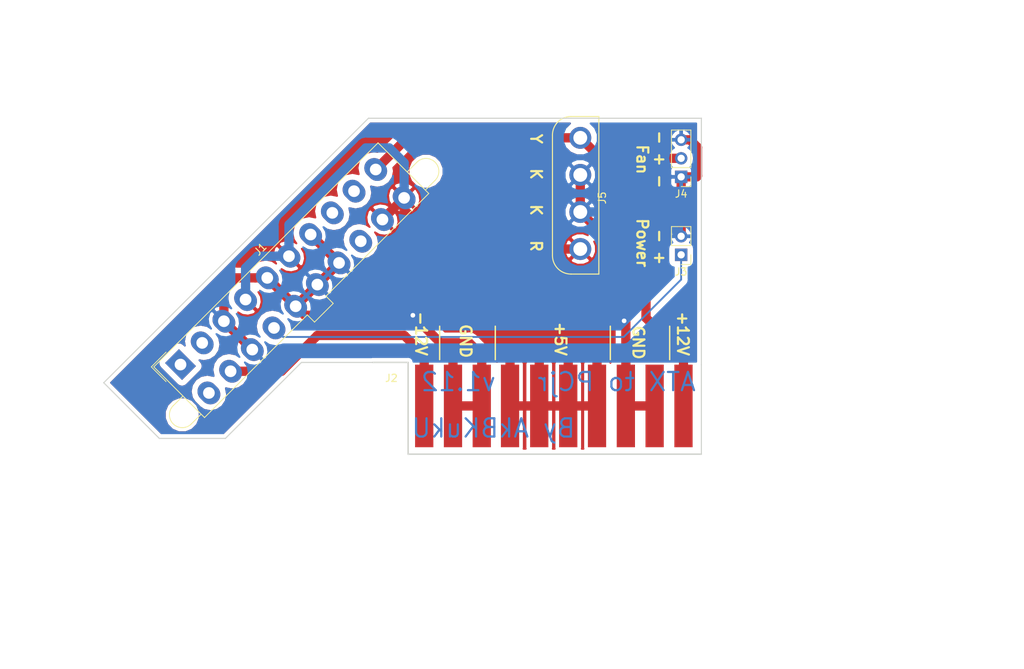
<source format=kicad_pcb>
(kicad_pcb (version 20171130) (host pcbnew 5.0.0-fee4fd1~65~ubuntu17.10.1)

  (general
    (thickness 1.6)
    (drawings 30)
    (tracks 94)
    (zones 0)
    (modules 5)
    (nets 12)
  )

  (page A4)
  (layers
    (0 F.Cu signal)
    (31 B.Cu signal)
    (32 B.Adhes user)
    (33 F.Adhes user)
    (34 B.Paste user)
    (35 F.Paste user)
    (36 B.SilkS user)
    (37 F.SilkS user)
    (38 B.Mask user)
    (39 F.Mask user)
    (40 Dwgs.User user)
    (41 Cmts.User user)
    (42 Eco1.User user)
    (43 Eco2.User user)
    (44 Edge.Cuts user)
    (45 Margin user)
    (46 B.CrtYd user)
    (47 F.CrtYd user)
    (48 B.Fab user)
    (49 F.Fab user)
  )

  (setup
    (last_trace_width 0.25)
    (trace_clearance 0.2)
    (zone_clearance 0.508)
    (zone_45_only no)
    (trace_min 0.2)
    (segment_width 0.2)
    (edge_width 0.15)
    (via_size 0.8)
    (via_drill 0.4)
    (via_min_size 0.4)
    (via_min_drill 0.3)
    (uvia_size 0.3)
    (uvia_drill 0.1)
    (uvias_allowed no)
    (uvia_min_size 0.2)
    (uvia_min_drill 0.1)
    (pcb_text_width 0.3)
    (pcb_text_size 1.5 1.5)
    (mod_edge_width 0.15)
    (mod_text_size 1 1)
    (mod_text_width 0.15)
    (pad_size 2.7 3.3)
    (pad_drill 1.6)
    (pad_to_mask_clearance 0.2)
    (aux_axis_origin 0 0)
    (visible_elements FFFFFF7F)
    (pcbplotparams
      (layerselection 0x010fc_ffffffff)
      (usegerberextensions false)
      (usegerberattributes false)
      (usegerberadvancedattributes false)
      (creategerberjobfile false)
      (excludeedgelayer true)
      (linewidth 0.100000)
      (plotframeref false)
      (viasonmask false)
      (mode 1)
      (useauxorigin false)
      (hpglpennumber 1)
      (hpglpenspeed 20)
      (hpglpendiameter 15.000000)
      (psnegative false)
      (psa4output false)
      (plotreference true)
      (plotvalue true)
      (plotinvisibletext false)
      (padsonsilk false)
      (subtractmaskfromsilk false)
      (outputformat 1)
      (mirror false)
      (drillshape 0)
      (scaleselection 1)
      (outputdirectory "gerbers/"))
  )

  (net 0 "")
  (net 1 "Net-(J1-Pad1)")
  (net 2 "Net-(J1-Pad2)")
  (net 3 /GND)
  (net 4 /+5V)
  (net 5 "Net-(J1-Pad8)")
  (net 6 "Net-(J1-Pad9)")
  (net 7 /+12V)
  (net 8 "Net-(J1-Pad11)")
  (net 9 /-12V)
  (net 10 /PS-ON)
  (net 11 "Net-(J1-Pad18)")

  (net_class Default "This is the default net class."
    (clearance 0.2)
    (trace_width 0.25)
    (via_dia 0.8)
    (via_drill 0.4)
    (uvia_dia 0.3)
    (uvia_drill 0.1)
    (add_net /PS-ON)
    (add_net "Net-(J1-Pad1)")
    (add_net "Net-(J1-Pad11)")
    (add_net "Net-(J1-Pad18)")
    (add_net "Net-(J1-Pad2)")
    (add_net "Net-(J1-Pad8)")
    (add_net "Net-(J1-Pad9)")
  )

  (net_class Power ""
    (clearance 0.762)
    (trace_width 1.27)
    (via_dia 1.016)
    (via_drill 0.635)
    (uvia_dia 0.3)
    (uvia_drill 0.1)
    (add_net /+12V)
    (add_net /+5V)
    (add_net /-12V)
    (add_net /GND)
  )

  (module ATX2PCjr:Molex_Mini-Fit_Jr_5566-20A2_2x10_P4.20mm_Vertical-LARGE (layer F.Cu) (tedit 5B90B595) (tstamp 5B5CD0DC)
    (at 75.26167 83.990307 45)
    (descr "Molex Mini-Fit Jr. Power Connectors, old mpn/engineering number: 5566-20A2, example for new mpn: 39-28-920x, 10 Pins per row, Mounting: Snap-in Plastic Peg PCB Lock (http://www.molex.com/pdm_docs/sd/039289068_sd.pdf), generated with kicad-footprint-generator")
    (tags "connector Molex Mini-Fit_Jr side entryplastic_peg")
    (path /5B5B802C)
    (fp_text reference J1 (at 18.9 -3.45 45) (layer F.SilkS)
      (effects (font (size 1 1) (thickness 0.15)))
    )
    (fp_text value "ATX Connector" (at 18.9 9.95 45) (layer F.Fab)
      (effects (font (size 1 1) (thickness 0.15)))
    )
    (fp_arc (start -4.7 5.04) (end -4.7 6.54) (angle 180) (layer F.Fab) (width 0.1))
    (fp_arc (start 42.5 5.04) (end 42.5 3.54) (angle 180) (layer F.Fab) (width 0.1))
    (fp_arc (start -4.7 5.04) (end -4.7 6.8) (angle 180) (layer F.SilkS) (width 0.12))
    (fp_arc (start 42.5 5.04) (end 42.5 3.28) (angle 180) (layer F.SilkS) (width 0.12))
    (fp_line (start -4.7 3.54) (end -2.7 3.54) (layer F.Fab) (width 0.1))
    (fp_line (start -4.7 6.54) (end -2.7 6.54) (layer F.Fab) (width 0.1))
    (fp_line (start 42.5 3.54) (end 40.500001 3.54) (layer F.Fab) (width 0.1))
    (fp_line (start 42.5 6.54) (end 40.5 6.54) (layer F.Fab) (width 0.1))
    (fp_line (start -4.7 3.28) (end -2.81 3.28) (layer F.SilkS) (width 0.12))
    (fp_line (start -4.7 6.8) (end -2.81 6.8) (layer F.SilkS) (width 0.12))
    (fp_line (start 42.5 3.28) (end 40.61 3.28) (layer F.SilkS) (width 0.12))
    (fp_line (start 42.5 6.8) (end 40.609999 6.8) (layer F.SilkS) (width 0.12))
    (fp_line (start -2.7 -2.25) (end -2.7 7.35) (layer F.Fab) (width 0.1))
    (fp_line (start -2.7 7.35) (end 40.5 7.35) (layer F.Fab) (width 0.1))
    (fp_line (start 40.5 7.35) (end 40.5 -2.25) (layer F.Fab) (width 0.1))
    (fp_line (start 40.5 -2.25) (end -2.7 -2.25) (layer F.Fab) (width 0.1))
    (fp_line (start 17.2 7.35) (end 17.2 8.75) (layer F.Fab) (width 0.1))
    (fp_line (start 17.2 8.75) (end 20.6 8.75) (layer F.Fab) (width 0.1))
    (fp_line (start 20.6 8.75) (end 20.6 7.35) (layer F.Fab) (width 0.1))
    (fp_line (start -1.65 -1) (end -1.65 2.3) (layer F.Fab) (width 0.1))
    (fp_line (start -1.65 2.3) (end 1.65 2.3) (layer F.Fab) (width 0.1))
    (fp_line (start 1.65 2.3) (end 1.65 -1) (layer F.Fab) (width 0.1))
    (fp_line (start 1.65 -1) (end -1.65 -1) (layer F.Fab) (width 0.1))
    (fp_line (start -1.65 6.5) (end -1.65 4.025) (layer F.Fab) (width 0.1))
    (fp_line (start -1.65 4.025) (end -0.825 3.2) (layer F.Fab) (width 0.1))
    (fp_line (start -0.825 3.2) (end 0.825 3.2) (layer F.Fab) (width 0.1))
    (fp_line (start 0.825 3.2) (end 1.65 4.025) (layer F.Fab) (width 0.1))
    (fp_line (start 1.65 4.025) (end 1.65 6.5) (layer F.Fab) (width 0.1))
    (fp_line (start 1.65 6.5) (end -1.65 6.5) (layer F.Fab) (width 0.1))
    (fp_line (start 2.55 3.2) (end 2.55 6.5) (layer F.Fab) (width 0.1))
    (fp_line (start 2.55 6.5) (end 5.85 6.5) (layer F.Fab) (width 0.1))
    (fp_line (start 5.85 6.5) (end 5.85 3.2) (layer F.Fab) (width 0.1))
    (fp_line (start 5.85 3.2) (end 2.55 3.2) (layer F.Fab) (width 0.1))
    (fp_line (start 2.55 2.3) (end 2.55 -0.175) (layer F.Fab) (width 0.1))
    (fp_line (start 2.55 -0.175) (end 3.375 -1) (layer F.Fab) (width 0.1))
    (fp_line (start 3.375 -1) (end 5.025 -1) (layer F.Fab) (width 0.1))
    (fp_line (start 5.025 -1) (end 5.85 -0.175) (layer F.Fab) (width 0.1))
    (fp_line (start 5.85 -0.175) (end 5.85 2.3) (layer F.Fab) (width 0.1))
    (fp_line (start 5.85 2.3) (end 2.55 2.3) (layer F.Fab) (width 0.1))
    (fp_line (start 6.75 3.2) (end 6.75 6.5) (layer F.Fab) (width 0.1))
    (fp_line (start 6.75 6.5) (end 10.05 6.5) (layer F.Fab) (width 0.1))
    (fp_line (start 10.05 6.5) (end 10.05 3.2) (layer F.Fab) (width 0.1))
    (fp_line (start 10.05 3.2) (end 6.75 3.2) (layer F.Fab) (width 0.1))
    (fp_line (start 6.75 2.3) (end 6.75 -0.175) (layer F.Fab) (width 0.1))
    (fp_line (start 6.75 -0.175) (end 7.575 -1) (layer F.Fab) (width 0.1))
    (fp_line (start 7.575 -1) (end 9.225 -1) (layer F.Fab) (width 0.1))
    (fp_line (start 9.225 -1) (end 10.05 -0.175) (layer F.Fab) (width 0.1))
    (fp_line (start 10.05 -0.175) (end 10.05 2.3) (layer F.Fab) (width 0.1))
    (fp_line (start 10.05 2.3) (end 6.75 2.3) (layer F.Fab) (width 0.1))
    (fp_line (start 10.95 -1) (end 10.95 2.3) (layer F.Fab) (width 0.1))
    (fp_line (start 10.95 2.3) (end 14.25 2.3) (layer F.Fab) (width 0.1))
    (fp_line (start 14.25 2.3) (end 14.25 -1) (layer F.Fab) (width 0.1))
    (fp_line (start 14.25 -1) (end 10.95 -1) (layer F.Fab) (width 0.1))
    (fp_line (start 10.95 6.5) (end 10.95 4.025) (layer F.Fab) (width 0.1))
    (fp_line (start 10.95 4.025) (end 11.775 3.2) (layer F.Fab) (width 0.1))
    (fp_line (start 11.775 3.2) (end 13.425 3.2) (layer F.Fab) (width 0.1))
    (fp_line (start 13.425 3.2) (end 14.25 4.025) (layer F.Fab) (width 0.1))
    (fp_line (start 14.25 4.025) (end 14.250001 6.5) (layer F.Fab) (width 0.1))
    (fp_line (start 14.250001 6.5) (end 10.95 6.5) (layer F.Fab) (width 0.1))
    (fp_line (start 15.15 -1) (end 15.15 2.3) (layer F.Fab) (width 0.1))
    (fp_line (start 15.15 2.3) (end 18.450001 2.3) (layer F.Fab) (width 0.1))
    (fp_line (start 18.450001 2.3) (end 18.45 -1) (layer F.Fab) (width 0.1))
    (fp_line (start 18.45 -1) (end 15.15 -1) (layer F.Fab) (width 0.1))
    (fp_line (start 15.15 6.5) (end 15.15 4.025) (layer F.Fab) (width 0.1))
    (fp_line (start 15.15 4.025) (end 15.975 3.2) (layer F.Fab) (width 0.1))
    (fp_line (start 15.975 3.2) (end 17.625 3.2) (layer F.Fab) (width 0.1))
    (fp_line (start 17.625 3.2) (end 18.45 4.025) (layer F.Fab) (width 0.1))
    (fp_line (start 18.45 4.025) (end 18.45 6.5) (layer F.Fab) (width 0.1))
    (fp_line (start 18.45 6.5) (end 15.15 6.5) (layer F.Fab) (width 0.1))
    (fp_line (start 19.35 3.2) (end 19.35 6.5) (layer F.Fab) (width 0.1))
    (fp_line (start 19.35 6.5) (end 22.650001 6.5) (layer F.Fab) (width 0.1))
    (fp_line (start 22.650001 6.5) (end 22.65 3.2) (layer F.Fab) (width 0.1))
    (fp_line (start 22.65 3.2) (end 19.35 3.2) (layer F.Fab) (width 0.1))
    (fp_line (start 19.35 2.3) (end 19.35 -0.175) (layer F.Fab) (width 0.1))
    (fp_line (start 19.35 -0.175) (end 20.175 -1) (layer F.Fab) (width 0.1))
    (fp_line (start 20.175 -1) (end 21.825 -1) (layer F.Fab) (width 0.1))
    (fp_line (start 21.825 -1) (end 22.65 -0.175) (layer F.Fab) (width 0.1))
    (fp_line (start 22.65 -0.175) (end 22.65 2.3) (layer F.Fab) (width 0.1))
    (fp_line (start 22.65 2.3) (end 19.35 2.3) (layer F.Fab) (width 0.1))
    (fp_line (start 23.55 3.2) (end 23.55 6.5) (layer F.Fab) (width 0.1))
    (fp_line (start 23.55 6.5) (end 26.85 6.5) (layer F.Fab) (width 0.1))
    (fp_line (start 26.85 6.5) (end 26.85 3.2) (layer F.Fab) (width 0.1))
    (fp_line (start 26.85 3.2) (end 23.55 3.2) (layer F.Fab) (width 0.1))
    (fp_line (start 23.55 2.3) (end 23.55 -0.175) (layer F.Fab) (width 0.1))
    (fp_line (start 23.55 -0.175) (end 24.375 -1) (layer F.Fab) (width 0.1))
    (fp_line (start 24.375 -1) (end 26.025 -1) (layer F.Fab) (width 0.1))
    (fp_line (start 26.025 -1) (end 26.85 -0.175) (layer F.Fab) (width 0.1))
    (fp_line (start 26.85 -0.175) (end 26.85 2.300001) (layer F.Fab) (width 0.1))
    (fp_line (start 26.85 2.300001) (end 23.55 2.3) (layer F.Fab) (width 0.1))
    (fp_line (start 27.75 -1) (end 27.75 2.3) (layer F.Fab) (width 0.1))
    (fp_line (start 27.75 2.3) (end 31.05 2.3) (layer F.Fab) (width 0.1))
    (fp_line (start 31.05 2.3) (end 31.05 -1) (layer F.Fab) (width 0.1))
    (fp_line (start 31.05 -1) (end 27.75 -1) (layer F.Fab) (width 0.1))
    (fp_line (start 27.75 6.5) (end 27.75 4.025) (layer F.Fab) (width 0.1))
    (fp_line (start 27.75 4.025) (end 28.575 3.2) (layer F.Fab) (width 0.1))
    (fp_line (start 28.575 3.2) (end 30.225 3.2) (layer F.Fab) (width 0.1))
    (fp_line (start 30.225 3.2) (end 31.05 4.025) (layer F.Fab) (width 0.1))
    (fp_line (start 31.05 4.025) (end 31.05 6.500001) (layer F.Fab) (width 0.1))
    (fp_line (start 31.05 6.500001) (end 27.75 6.5) (layer F.Fab) (width 0.1))
    (fp_line (start 31.95 -1) (end 31.95 2.3) (layer F.Fab) (width 0.1))
    (fp_line (start 31.95 2.3) (end 35.25 2.300001) (layer F.Fab) (width 0.1))
    (fp_line (start 35.25 2.300001) (end 35.25 -1) (layer F.Fab) (width 0.1))
    (fp_line (start 35.25 -1) (end 31.95 -1) (layer F.Fab) (width 0.1))
    (fp_line (start 31.95 6.5) (end 31.95 4.025) (layer F.Fab) (width 0.1))
    (fp_line (start 31.95 4.025) (end 32.775 3.2) (layer F.Fab) (width 0.1))
    (fp_line (start 32.775 3.2) (end 34.425 3.2) (layer F.Fab) (width 0.1))
    (fp_line (start 34.425 3.2) (end 35.25 4.025) (layer F.Fab) (width 0.1))
    (fp_line (start 35.25 4.025) (end 35.25 6.5) (layer F.Fab) (width 0.1))
    (fp_line (start 35.25 6.5) (end 31.95 6.5) (layer F.Fab) (width 0.1))
    (fp_line (start 36.15 3.2) (end 36.15 6.5) (layer F.Fab) (width 0.1))
    (fp_line (start 36.15 6.5) (end 39.45 6.500001) (layer F.Fab) (width 0.1))
    (fp_line (start 39.45 6.500001) (end 39.45 3.2) (layer F.Fab) (width 0.1))
    (fp_line (start 39.45 3.2) (end 36.15 3.2) (layer F.Fab) (width 0.1))
    (fp_line (start 36.150001 2.3) (end 36.15 -0.175) (layer F.Fab) (width 0.1))
    (fp_line (start 36.15 -0.175) (end 36.975 -1) (layer F.Fab) (width 0.1))
    (fp_line (start 36.975 -1) (end 38.625 -1) (layer F.Fab) (width 0.1))
    (fp_line (start 38.625 -1) (end 39.45 -0.175) (layer F.Fab) (width 0.1))
    (fp_line (start 39.45 -0.175) (end 39.45 2.3) (layer F.Fab) (width 0.1))
    (fp_line (start 39.45 2.3) (end 36.150001 2.3) (layer F.Fab) (width 0.1))
    (fp_line (start 18.9 -2.36) (end -2.81 -2.36) (layer F.SilkS) (width 0.12))
    (fp_line (start -2.81 -2.36) (end -2.81 7.460001) (layer F.SilkS) (width 0.12))
    (fp_line (start -2.81 7.460001) (end 17.089999 7.46) (layer F.SilkS) (width 0.12))
    (fp_line (start 17.089999 7.46) (end 17.09 8.86) (layer F.SilkS) (width 0.12))
    (fp_line (start 17.09 8.86) (end 18.9 8.86) (layer F.SilkS) (width 0.12))
    (fp_line (start 18.9 -2.36) (end 40.609999 -2.36) (layer F.SilkS) (width 0.12))
    (fp_line (start 40.609999 -2.36) (end 40.61 7.46) (layer F.SilkS) (width 0.12))
    (fp_line (start 40.61 7.46) (end 20.71 7.46) (layer F.SilkS) (width 0.12))
    (fp_line (start 20.71 7.46) (end 20.71 8.860001) (layer F.SilkS) (width 0.12))
    (fp_line (start 20.71 8.860001) (end 18.9 8.86) (layer F.SilkS) (width 0.12))
    (fp_line (start -0.2 -2.6) (end -3.05 -2.6) (layer F.SilkS) (width 0.12))
    (fp_line (start -3.05 -2.6) (end -3.05 0.25) (layer F.SilkS) (width 0.12))
    (fp_line (start -0.2 -2.6) (end -3.05 -2.6) (layer F.Fab) (width 0.1))
    (fp_line (start -3.05 -2.6) (end -3.05 0.25) (layer F.Fab) (width 0.1))
    (fp_line (start -3.2 -2.75) (end -3.2 3.04) (layer F.CrtYd) (width 0.05))
    (fp_line (start -3.2 3.04) (end -6.7 3.04) (layer F.CrtYd) (width 0.05))
    (fp_line (start -6.7 3.04) (end -6.7 9.25) (layer F.CrtYd) (width 0.05))
    (fp_line (start -6.7 9.25) (end 44.5 9.25) (layer F.CrtYd) (width 0.05))
    (fp_line (start 44.5 9.25) (end 44.5 3.04) (layer F.CrtYd) (width 0.05))
    (fp_line (start 44.5 3.04) (end 41 3.040001) (layer F.CrtYd) (width 0.05))
    (fp_line (start 41 3.040001) (end 41 -2.75) (layer F.CrtYd) (width 0.05))
    (fp_line (start 41 -2.75) (end -3.2 -2.75) (layer F.CrtYd) (width 0.05))
    (fp_text user %R (at 18.9 -1.55 45) (layer F.Fab)
      (effects (font (size 1 1) (thickness 0.15)))
    )
    (pad 1 thru_hole rect (at 0 0 45) (size 2.7 3.3) (drill 1.6) (layers *.Cu *.Mask)
      (net 1 "Net-(J1-Pad1)"))
    (pad 2 thru_hole oval (at 4.199999 0 45) (size 2.7 3.3) (drill 1.6) (layers *.Cu *.Mask)
      (net 2 "Net-(J1-Pad2)"))
    (pad 3 thru_hole oval (at 8.4 0 45) (size 2.7 3.3) (drill 1.6) (layers *.Cu *.Mask)
      (net 3 /GND))
    (pad 4 thru_hole oval (at 12.599999 0 45) (size 2.7 3.3) (drill 1.6) (layers *.Cu *.Mask)
      (net 4 /+5V))
    (pad 5 thru_hole oval (at 16.8 0 45) (size 2.7 3.3) (drill 1.6) (layers *.Cu *.Mask)
      (net 3 /GND))
    (pad 6 thru_hole oval (at 20.999999 0 45) (size 2.7 3.3) (drill 1.6) (layers *.Cu *.Mask)
      (net 4 /+5V))
    (pad 7 thru_hole oval (at 25.2 0 45) (size 2.7 3.3) (drill 1.6) (layers *.Cu *.Mask)
      (net 3 /GND))
    (pad 8 thru_hole oval (at 29.399999 0 45) (size 2.7 3.3) (drill 1.6) (layers *.Cu *.Mask)
      (net 5 "Net-(J1-Pad8)"))
    (pad 9 thru_hole oval (at 33.6 0 45) (size 2.7 3.3) (drill 1.6) (layers *.Cu *.Mask)
      (net 6 "Net-(J1-Pad9)"))
    (pad 10 thru_hole oval (at 37.8 0 45) (size 2.7 3.3) (drill 1.6) (layers *.Cu *.Mask)
      (net 7 /+12V))
    (pad 11 thru_hole oval (at 0 5.5 45) (size 2.7 3.3) (drill 1.6) (layers *.Cu *.Mask)
      (net 8 "Net-(J1-Pad11)"))
    (pad 12 thru_hole oval (at 4.2 5.5 45) (size 2.7 3.3) (drill 1.6) (layers *.Cu *.Mask)
      (net 9 /-12V))
    (pad 13 thru_hole oval (at 8.4 5.5 45) (size 2.7 3.3) (drill 1.6) (layers *.Cu *.Mask)
      (net 3 /GND))
    (pad 14 thru_hole oval (at 12.6 5.5 45) (size 2.7 3.3) (drill 1.6) (layers *.Cu *.Mask)
      (net 10 /PS-ON))
    (pad 15 thru_hole oval (at 16.8 5.5 45) (size 2.7 3.3) (drill 1.6) (layers *.Cu *.Mask)
      (net 3 /GND))
    (pad 16 thru_hole oval (at 21 5.5 45) (size 2.7 3.3) (drill 1.6) (layers *.Cu *.Mask)
      (net 3 /GND))
    (pad 17 thru_hole oval (at 25.2 5.5 45) (size 2.7 3.3) (drill 1.6) (layers *.Cu *.Mask)
      (net 3 /GND))
    (pad 18 thru_hole oval (at 29.4 5.5 45) (size 2.7 3.3) (drill 1.6) (layers *.Cu *.Mask)
      (net 11 "Net-(J1-Pad18)"))
    (pad 19 thru_hole oval (at 33.6 5.5 45) (size 2.7 3.3) (drill 1.6) (layers *.Cu *.Mask)
      (net 4 /+5V))
    (pad 20 thru_hole oval (at 37.8 5.5 45) (size 2.7 3.3) (drill 1.6) (layers *.Cu *.Mask)
      (net 4 /+5V))
    (pad "" np_thru_hole circle (at -4.7 5.04 45) (size 3 3) (drill 3) (layers *.Cu *.Mask))
    (pad "" np_thru_hole circle (at 42.5 5.04 45) (size 3 3) (drill 3) (layers *.Cu *.Mask))
    (model ${KISYS3DMOD}/Connector_Molex.3dshapes/Molex_Mini-Fit_Jr_5566-20A2_2x10_P4.20mm_Vertical.wrl
      (at (xyz 0 0 0))
      (scale (xyz 1 1 1))
      (rotate (xyz 0 0 0))
    )
  )

  (module "ATX2PCjr:Mate-N-Lok Vertical" (layer F.Cu) (tedit 5B9096BA) (tstamp 5B704D9A)
    (at 130 60.16 90)
    (path /5B6FB298)
    (fp_text reference J5 (at -1 3 90) (layer F.SilkS)
      (effects (font (size 1 1) (thickness 0.15)))
    )
    (fp_text value "Floppy Power" (at 0 -3 90) (layer F.Fab)
      (effects (font (size 1 1) (thickness 0.15)))
    )
    (fp_line (start -11.43 2.54) (end -11.43 -1.27) (layer F.SilkS) (width 0.15))
    (fp_line (start 10.16 2.54) (end -11.43 2.54) (layer F.SilkS) (width 0.15))
    (fp_line (start 10.16 -1.27) (end 10.16 2.54) (layer F.SilkS) (width 0.15))
    (fp_line (start -8.89 -3.81) (end 7.62 -3.81) (layer F.SilkS) (width 0.15))
    (fp_arc (start 7.62 -1.27) (end 10.16 -1.27) (angle -90) (layer F.SilkS) (width 0.15))
    (fp_arc (start -8.89 -1.27) (end -8.89 -3.81) (angle -90) (layer F.SilkS) (width 0.15))
    (pad 4 thru_hole circle (at 7.24 0 90) (size 3 3) (drill 1.9) (layers *.Cu *.Mask)
      (net 7 /+12V))
    (pad 3 thru_hole circle (at 2.16 0 90) (size 3 3) (drill 1.9) (layers *.Cu *.Mask)
      (net 3 /GND))
    (pad 2 thru_hole circle (at -2.92 0 90) (size 3 3) (drill 1.9) (layers *.Cu *.Mask)
      (net 3 /GND))
    (pad 1 thru_hole circle (at -8 0 90) (size 3 3) (drill 1.9) (layers *.Cu *.Mask)
      (net 4 /+5V))
  )

  (module "ATX2PCjr:PCjr Power Board Card Edge" (layer F.Cu) (tedit 5B5B8AE1) (tstamp 5B5CB03C)
    (at 106.38 84)
    (path /5B5B9176)
    (fp_text reference J2 (at -2.24 1.852) (layer F.SilkS)
      (effects (font (size 1 1) (thickness 0.15)))
    )
    (fp_text value "PCjr Card Edge" (at 20.32 13.97) (layer F.Fab)
      (effects (font (size 1 1) (thickness 0.15)))
    )
    (fp_line (start 40.2 0) (end 0 0) (layer F.Fab) (width 0.15))
    (fp_line (start 40.2 12.16) (end 40.2 0) (layer F.Fab) (width 0.15))
    (fp_line (start 0 12.32) (end 40.2 12.32) (layer F.Fab) (width 0.15))
    (fp_line (start 0 0) (end 0 12.32) (layer F.Fab) (width 0.15))
    (pad 10 smd rect (at 37.75 5.66) (size 2.5 11.32) (layers F.Cu F.Paste F.Mask)
      (net 7 /+12V))
    (pad 9 smd rect (at 33.8 5.66) (size 2.5 11.32) (layers F.Cu F.Paste F.Mask)
      (net 3 /GND))
    (pad 8 smd rect (at 29.86 5.66) (size 2.5 11.32) (layers F.Cu F.Paste F.Mask)
      (net 3 /GND))
    (pad 7 smd rect (at 25.91 5.66) (size 2.5 11.32) (layers F.Cu F.Paste F.Mask)
      (net 4 /+5V))
    (pad 6 smd rect (at 21.97 5.66) (size 2.5 11.32) (layers F.Cu F.Paste F.Mask)
      (net 4 /+5V))
    (pad 5 smd rect (at 18 5.66) (size 2.5 11.32) (layers F.Cu F.Paste F.Mask)
      (net 4 /+5V))
    (pad 4 smd rect (at 14 5.66) (size 2.5 11.32) (layers F.Cu F.Paste F.Mask)
      (net 4 /+5V))
    (pad 3 smd rect (at 10.13 5.66) (size 2.5 11.32) (layers F.Cu F.Paste F.Mask)
      (net 3 /GND))
    (pad 2 smd rect (at 6.19 5.66) (size 2.5 11.32) (layers F.Cu F.Paste F.Mask)
      (net 3 /GND))
    (pad 1 smd rect (at 2.25 5.66) (size 2.5 11.32) (layers F.Cu F.Paste F.Mask)
      (net 9 /-12V))
  )

  (module Connector_PinHeader_2.54mm:PinHeader_1x02_P2.54mm_Vertical (layer F.Cu) (tedit 59FED5CC) (tstamp 5B5CD008)
    (at 143.81 68.95 180)
    (descr "Through hole straight pin header, 1x02, 2.54mm pitch, single row")
    (tags "Through hole pin header THT 1x02 2.54mm single row")
    (path /5B5BB65E)
    (fp_text reference J3 (at 0 -2.33 180) (layer F.SilkS)
      (effects (font (size 1 1) (thickness 0.15)))
    )
    (fp_text value "Power Switch Header" (at 0 4.87 180) (layer F.Fab)
      (effects (font (size 1 1) (thickness 0.15)))
    )
    (fp_text user %R (at 0 1.27 270) (layer F.Fab)
      (effects (font (size 1 1) (thickness 0.15)))
    )
    (fp_line (start 1.8 -1.8) (end -1.8 -1.8) (layer F.CrtYd) (width 0.05))
    (fp_line (start 1.8 4.35) (end 1.8 -1.8) (layer F.CrtYd) (width 0.05))
    (fp_line (start -1.8 4.35) (end 1.8 4.35) (layer F.CrtYd) (width 0.05))
    (fp_line (start -1.8 -1.8) (end -1.8 4.35) (layer F.CrtYd) (width 0.05))
    (fp_line (start -1.33 -1.33) (end 0 -1.33) (layer F.SilkS) (width 0.12))
    (fp_line (start -1.33 0) (end -1.33 -1.33) (layer F.SilkS) (width 0.12))
    (fp_line (start -1.33 1.27) (end 1.33 1.27) (layer F.SilkS) (width 0.12))
    (fp_line (start 1.33 1.27) (end 1.33 3.87) (layer F.SilkS) (width 0.12))
    (fp_line (start -1.33 1.27) (end -1.33 3.87) (layer F.SilkS) (width 0.12))
    (fp_line (start -1.33 3.87) (end 1.33 3.87) (layer F.SilkS) (width 0.12))
    (fp_line (start -1.27 -0.635) (end -0.635 -1.27) (layer F.Fab) (width 0.1))
    (fp_line (start -1.27 3.81) (end -1.27 -0.635) (layer F.Fab) (width 0.1))
    (fp_line (start 1.27 3.81) (end -1.27 3.81) (layer F.Fab) (width 0.1))
    (fp_line (start 1.27 -1.27) (end 1.27 3.81) (layer F.Fab) (width 0.1))
    (fp_line (start -0.635 -1.27) (end 1.27 -1.27) (layer F.Fab) (width 0.1))
    (pad 2 thru_hole oval (at 0 2.54 180) (size 1.7 1.7) (drill 1) (layers *.Cu *.Mask)
      (net 3 /GND))
    (pad 1 thru_hole rect (at 0 0 180) (size 1.7 1.7) (drill 1) (layers *.Cu *.Mask)
      (net 10 /PS-ON))
    (model ${KISYS3DMOD}/Connector_PinHeader_2.54mm.3dshapes/PinHeader_1x02_P2.54mm_Vertical.wrl
      (at (xyz 0 0 0))
      (scale (xyz 1 1 1))
      (rotate (xyz 0 0 0))
    )
  )

  (module Connector_PinHeader_2.54mm:PinHeader_1x03_P2.54mm_Vertical (layer F.Cu) (tedit 59FED5CC) (tstamp 5B5CCFC7)
    (at 143.81 58.27 180)
    (descr "Through hole straight pin header, 1x03, 2.54mm pitch, single row")
    (tags "Through hole pin header THT 1x03 2.54mm single row")
    (path /5B5BB52D)
    (fp_text reference J4 (at 0 -2.33 180) (layer F.SilkS)
      (effects (font (size 1 1) (thickness 0.15)))
    )
    (fp_text value "Fan Header" (at 0 7.41 180) (layer F.Fab)
      (effects (font (size 1 1) (thickness 0.15)))
    )
    (fp_text user %R (at 0 2.54 270) (layer F.Fab)
      (effects (font (size 1 1) (thickness 0.15)))
    )
    (fp_line (start 1.8 -1.8) (end -1.8 -1.8) (layer F.CrtYd) (width 0.05))
    (fp_line (start 1.8 6.85) (end 1.8 -1.8) (layer F.CrtYd) (width 0.05))
    (fp_line (start -1.8 6.85) (end 1.8 6.85) (layer F.CrtYd) (width 0.05))
    (fp_line (start -1.8 -1.8) (end -1.8 6.85) (layer F.CrtYd) (width 0.05))
    (fp_line (start -1.33 -1.33) (end 0 -1.33) (layer F.SilkS) (width 0.12))
    (fp_line (start -1.33 0) (end -1.33 -1.33) (layer F.SilkS) (width 0.12))
    (fp_line (start -1.33 1.27) (end 1.33 1.27) (layer F.SilkS) (width 0.12))
    (fp_line (start 1.33 1.27) (end 1.33 6.41) (layer F.SilkS) (width 0.12))
    (fp_line (start -1.33 1.27) (end -1.33 6.41) (layer F.SilkS) (width 0.12))
    (fp_line (start -1.33 6.41) (end 1.33 6.41) (layer F.SilkS) (width 0.12))
    (fp_line (start -1.27 -0.635) (end -0.635 -1.27) (layer F.Fab) (width 0.1))
    (fp_line (start -1.27 6.35) (end -1.27 -0.635) (layer F.Fab) (width 0.1))
    (fp_line (start 1.27 6.35) (end -1.27 6.35) (layer F.Fab) (width 0.1))
    (fp_line (start 1.27 -1.27) (end 1.27 6.35) (layer F.Fab) (width 0.1))
    (fp_line (start -0.635 -1.27) (end 1.27 -1.27) (layer F.Fab) (width 0.1))
    (pad 3 thru_hole oval (at 0 5.08 180) (size 1.7 1.7) (drill 1) (layers *.Cu *.Mask)
      (net 3 /GND))
    (pad 2 thru_hole oval (at 0 2.54 180) (size 1.7 1.7) (drill 1) (layers *.Cu *.Mask)
      (net 7 /+12V))
    (pad 1 thru_hole rect (at 0 0 180) (size 1.7 1.7) (drill 1) (layers *.Cu *.Mask)
      (net 3 /GND))
    (model ${KISYS3DMOD}/Connector_PinHeader_2.54mm.3dshapes/PinHeader_1x03_P2.54mm_Vertical.wrl
      (at (xyz 0 0 0))
      (scale (xyz 1 1 1))
      (rotate (xyz 0 0 0))
    )
  )

  (gr_text "- + -\nFan" (at 139.7 55.88 270) (layer F.SilkS)
    (effects (font (size 1.5 1.5) (thickness 0.3)))
  )
  (gr_text +12V (at 144.054 79.756 270) (layer F.SilkS) (tstamp 5B909CAF)
    (effects (font (size 1.5 1.5) (thickness 0.3)))
  )
  (gr_text -12V (at 108.204 79.756 270) (layer F.SilkS) (tstamp 5B909CAF)
    (effects (font (size 1.5 1.5) (thickness 0.3)))
  )
  (gr_text GND (at 137.958 80.978 270) (layer F.SilkS) (tstamp 5B909CAF)
    (effects (font (size 1.5 1.5) (thickness 0.3)))
  )
  (gr_text GND (at 114.3 80.772 270) (layer F.SilkS) (tstamp 5B909CAF)
    (effects (font (size 1.5 1.5) (thickness 0.3)))
  )
  (gr_line (start 110.744 83.312) (end 110.744 78.74) (layer F.SilkS) (width 0.2))
  (gr_line (start 118.364 83.312) (end 118.364 78.74) (layer F.SilkS) (width 0.2))
  (gr_line (start 142.24 83.312) (end 142.24 78.74) (layer F.SilkS) (width 0.2))
  (gr_line (start 134.112 83.312) (end 134.112 78.74) (layer F.SilkS) (width 0.2))
  (gr_text +5V (at 127.29 80.47 270) (layer F.SilkS)
    (effects (font (size 1.5 1.5) (thickness 0.3)))
  )
  (gr_text "Y   K   K   R" (at 123.952 60.452 270) (layer F.SilkS)
    (effects (font (size 1.5 1.5) (thickness 0.3)))
  )
  (gr_poly (pts (xy 105.41 84.074) (xy 149.098 84.074) (xy 149.606 102.362) (xy 99.822 104.394)) (layer B.Mask) (width 0.15))
  (gr_line (start 146.59 50.24) (end 101.01 50.24) (layer Edge.Cuts) (width 0.15))
  (gr_line (start 146.58 84.01) (end 146.58 50.23) (layer Edge.Cuts) (width 0.15))
  (gr_line (start 146.58 84.01) (end 146.58 96.28) (layer Edge.Cuts) (width 0.15))
  (gr_line (start 64.75 86.48) (end 101.01 50.22) (layer Edge.Cuts) (width 0.15))
  (gr_line (start 72.36 94.11) (end 64.75 86.48) (layer Edge.Cuts) (width 0.15))
  (gr_line (start 81.41 94.11) (end 72.36 94.11) (layer Edge.Cuts) (width 0.15))
  (gr_line (start 91.82 83.7) (end 81.41 94.11) (layer Edge.Cuts) (width 0.15))
  (gr_line (start 101.6 83.7) (end 91.82 83.7) (layer Edge.Cuts) (width 0.15))
  (gr_text "Connector Clearance\n" (at 106 101) (layer Dwgs.User)
    (effects (font (size 1.5 1.5) (thickness 0.3)))
  )
  (gr_line (start 95 99) (end 95 84) (layer Dwgs.User) (width 0.2))
  (gr_line (start 105 99) (end 95 99) (layer Dwgs.User) (width 0.2))
  (gr_line (start 147 99) (end 105 99) (layer Dwgs.User) (width 0.2))
  (gr_text " - +\nPower" (at 139.7 67.31 270) (layer F.SilkS)
    (effects (font (size 1.5 1.5) (thickness 0.3)))
  )
  (gr_text "By AkBKukU" (at 118.11 92.71) (layer B.Cu) (tstamp 5B5D0DE4)
    (effects (font (size 2.5 2.5) (thickness 0.3)) (justify mirror))
  )
  (gr_text "ATX to PCjr   v1.12" (at 127 86.36) (layer B.Cu) (tstamp 5B5D124A)
    (effects (font (size 2.5 2.5) (thickness 0.3)) (justify mirror))
  )
  (gr_line (start 106.426 96.266) (end 146.558 96.266) (layer Edge.Cuts) (width 0.2))
  (gr_line (start 106.426 83.693) (end 106.426 96.266) (layer Edge.Cuts) (width 0.2))
  (gr_line (start 101.59833 83.693) (end 106.426 83.693) (layer Edge.Cuts) (width 0.2))

  (segment (start 81.201367 78.05061) (end 85.090454 81.939697) (width 1.27) (layer F.Cu) (net 3))
  (segment (start 87.141064 72.110913) (end 91.030151 76) (width 1.27) (layer F.Cu) (net 3))
  (segment (start 91.030152 76) (end 94 73.030152) (width 1.27) (layer F.Cu) (net 3))
  (segment (start 91.030151 76) (end 91.030152 76) (width 1.27) (layer F.Cu) (net 3))
  (segment (start 94 73.030151) (end 96.969848 70.060303) (width 1.27) (layer F.Cu) (net 3))
  (segment (start 94 73.030152) (end 94 73.030151) (width 1.27) (layer F.Cu) (net 3))
  (segment (start 96.969848 70.060303) (end 93.080761 66.171216) (width 1.27) (layer F.Cu) (net 3))
  (segment (start 85.500727 72.110913) (end 87.141064 72.110913) (width 1.27) (layer F.Cu) (net 3))
  (segment (start 82.83194 72.110913) (end 85.500727 72.110913) (width 1.27) (layer F.Cu) (net 3))
  (segment (start 81.201367 73.741486) (end 82.83194 72.110913) (width 1.27) (layer F.Cu) (net 3))
  (segment (start 81.201367 78.05061) (end 81.201367 73.741486) (width 1.27) (layer F.Cu) (net 3))
  (segment (start 112.57 82.73) (end 112.57 89.66) (width 1.27) (layer F.Cu) (net 3))
  (segment (start 92.267587 77.237436) (end 107.077436 77.237436) (width 1.27) (layer F.Cu) (net 3))
  (segment (start 91.030151 76) (end 92.267587 77.237436) (width 1.27) (layer F.Cu) (net 3))
  (segment (start 116.51 82.73) (end 114.78 81) (width 1.27) (layer F.Cu) (net 3))
  (segment (start 114.78 81) (end 110.84 81) (width 1.27) (layer F.Cu) (net 3))
  (segment (start 116.51 89.66) (end 116.51 82.73) (width 1.27) (layer F.Cu) (net 3))
  (segment (start 107.077436 77.237436) (end 110.84 81) (width 1.27) (layer F.Cu) (net 3))
  (segment (start 110.84 81) (end 112.57 82.73) (width 1.27) (layer F.Cu) (net 3))
  (segment (start 112.57 89.66) (end 116.51 89.66) (width 1.27) (layer F.Cu) (net 3))
  (segment (start 136.24 89.66) (end 140.18 89.66) (width 1.27) (layer F.Cu) (net 3))
  (segment (start 136.24 89.66) (end 136.24 78.24) (width 1.27) (layer F.Cu) (net 3))
  (via (at 136 78) (size 1.016) (drill 0.635) (layers F.Cu B.Cu) (net 3))
  (segment (start 136 78) (end 135 77) (width 1.27) (layer B.Cu) (net 3))
  (via (at 107.077436 77.237436) (size 1.016) (drill 0.635) (layers F.Cu B.Cu) (net 3))
  (segment (start 135 77) (end 107.314872 77) (width 1.27) (layer B.Cu) (net 3))
  (segment (start 107.314872 77) (end 107.077436 77.237436) (width 1.27) (layer B.Cu) (net 3))
  (segment (start 143.81 66.41) (end 143.81 58.27) (width 1.27) (layer F.Cu) (net 3))
  (segment (start 145.012081 53.19) (end 143.81 53.19) (width 1.27) (layer F.Cu) (net 3))
  (segment (start 146.057001 54.23492) (end 145.012081 53.19) (width 1.27) (layer F.Cu) (net 3))
  (segment (start 146.057001 58.142999) (end 146.057001 54.23492) (width 1.27) (layer F.Cu) (net 3))
  (segment (start 145.93 58.27) (end 146.057001 58.142999) (width 1.27) (layer F.Cu) (net 3))
  (segment (start 143.81 58.27) (end 145.93 58.27) (width 1.27) (layer F.Cu) (net 3))
  (segment (start 130 58) (end 130 63.08) (width 1.27) (layer F.Cu) (net 3))
  (segment (start 136 78) (end 136.24 78.24) (width 1.27) (layer F.Cu) (net 3))
  (segment (start 136 69.08) (end 136 78) (width 1.27) (layer F.Cu) (net 3))
  (segment (start 130 63.08) (end 136 69.08) (width 1.27) (layer F.Cu) (net 3))
  (segment (start 140.48 63.08) (end 130 63.08) (width 1.27) (layer B.Cu) (net 3))
  (segment (start 143.81 66.41) (end 140.48 63.08) (width 1.27) (layer B.Cu) (net 3))
  (segment (start 134.912999 54.38492) (end 134.912999 58.292999) (width 1.27) (layer B.Cu) (net 3))
  (segment (start 135.957919 53.34) (end 134.912999 54.38492) (width 1.27) (layer B.Cu) (net 3))
  (segment (start 135.04 58.42) (end 137.16 58.42) (width 1.27) (layer B.Cu) (net 3))
  (segment (start 134.912999 58.292999) (end 135.04 58.42) (width 1.27) (layer B.Cu) (net 3))
  (segment (start 137.16 53.34) (end 135.957919 53.34) (width 1.27) (layer B.Cu) (net 3))
  (segment (start 102.909546 64.120606) (end 105.879394 61.150758) (width 1.27) (layer F.Cu) (net 4))
  (segment (start 102.909545 64.120606) (end 102.909546 64.120606) (width 1.27) (layer F.Cu) (net 4))
  (segment (start 120.38 82.73) (end 120.38 89.66) (width 1.27) (layer F.Cu) (net 4))
  (segment (start 105.879394 61.150758) (end 105.879394 62.791095) (width 1.27) (layer F.Cu) (net 4))
  (segment (start 120.38 89.66) (end 124.38 89.66) (width 1.27) (layer F.Cu) (net 4))
  (segment (start 124.38 89.66) (end 128.35 89.66) (width 1.27) (layer F.Cu) (net 4))
  (segment (start 128.35 89.66) (end 132.29 89.66) (width 1.27) (layer F.Cu) (net 4))
  (segment (start 111.248299 68.16) (end 110.088299 67) (width 1.27) (layer F.Cu) (net 4))
  (segment (start 130 68.16) (end 111.248299 68.16) (width 1.27) (layer F.Cu) (net 4))
  (segment (start 105.879394 62.791095) (end 110.088299 67) (width 1.27) (layer F.Cu) (net 4))
  (segment (start 110.088299 67) (end 120.38 77.291701) (width 1.27) (layer F.Cu) (net 4))
  (segment (start 85.801788 69.141065) (end 88.470575 69.141065) (width 1.27) (layer B.Cu) (net 4))
  (segment (start 84.171215 70.771638) (end 85.801788 69.141065) (width 1.27) (layer B.Cu) (net 4))
  (segment (start 88.470575 69.141065) (end 90.110912 69.141065) (width 1.27) (layer B.Cu) (net 4))
  (segment (start 84.171215 75.080762) (end 84.171215 70.771638) (width 1.27) (layer B.Cu) (net 4))
  (segment (start 105.879394 56.349394) (end 105.879394 59.510421) (width 1.27) (layer B.Cu) (net 4))
  (segment (start 105.879394 59.510421) (end 105.879394 61.150758) (width 1.27) (layer B.Cu) (net 4))
  (segment (start 100.635187 54.307666) (end 103.837666 54.307666) (width 1.27) (layer B.Cu) (net 4))
  (segment (start 103.837666 54.307666) (end 105.879394 56.349394) (width 1.27) (layer B.Cu) (net 4))
  (segment (start 90.110912 64.831941) (end 100.635187 54.307666) (width 1.27) (layer B.Cu) (net 4))
  (segment (start 90.110912 69.141065) (end 90.110912 64.831941) (width 1.27) (layer B.Cu) (net 4))
  (segment (start 120.38 80.01) (end 123.19 80.01) (width 1.27) (layer F.Cu) (net 4))
  (segment (start 120.38 80.01) (end 120.38 82.73) (width 1.27) (layer F.Cu) (net 4))
  (segment (start 120.38 77.291701) (end 120.38 80.01) (width 1.27) (layer F.Cu) (net 4))
  (segment (start 124.38 81.2) (end 124.38 89.66) (width 1.27) (layer F.Cu) (net 4))
  (segment (start 123.19 80.01) (end 124.38 81.2) (width 1.27) (layer F.Cu) (net 4))
  (segment (start 123.19 80.01) (end 128.27 80.01) (width 1.27) (layer F.Cu) (net 4))
  (segment (start 128.35 80.09) (end 128.35 89.66) (width 1.27) (layer F.Cu) (net 4))
  (segment (start 128.27 80.01) (end 128.35 80.09) (width 1.27) (layer F.Cu) (net 4))
  (segment (start 128.27 80.01) (end 132.08 80.01) (width 1.27) (layer F.Cu) (net 4))
  (segment (start 132.29 80.22) (end 132.29 89.66) (width 1.27) (layer F.Cu) (net 4))
  (segment (start 132.08 80.01) (end 132.29 80.22) (width 1.27) (layer F.Cu) (net 4))
  (segment (start 106.331977 52.92) (end 130 52.92) (width 1.27) (layer F.Cu) (net 7))
  (segment (start 101.990306 57.261671) (end 106.331977 52.92) (width 1.27) (layer F.Cu) (net 7))
  (segment (start 130 52.92) (end 132.81 55.73) (width 1.27) (layer F.Cu) (net 7))
  (segment (start 139 77.6) (end 139 55.73) (width 1.27) (layer F.Cu) (net 7))
  (segment (start 144.13 82.73) (end 139 77.6) (width 1.27) (layer F.Cu) (net 7))
  (segment (start 144.13 89.66) (end 144.13 82.73) (width 1.27) (layer F.Cu) (net 7))
  (segment (start 132.81 55.73) (end 139 55.73) (width 1.27) (layer F.Cu) (net 7))
  (segment (start 139 55.73) (end 143.81 55.73) (width 1.27) (layer F.Cu) (net 7))
  (segment (start 82.120606 84.909546) (end 89.090454 84.909546) (width 1.27) (layer F.Cu) (net 9))
  (segment (start 89.090454 84.909546) (end 94 80) (width 1.27) (layer F.Cu) (net 9))
  (segment (start 108.63 82.73) (end 108.63 89.66) (width 1.27) (layer F.Cu) (net 9))
  (segment (start 105.9 80) (end 108.63 82.73) (width 1.27) (layer F.Cu) (net 9))
  (segment (start 94 80) (end 105.9 80) (width 1.27) (layer F.Cu) (net 9))
  (segment (start 143.81 70.05) (end 143.81 68.95) (width 0.25) (layer B.Cu) (net 10))
  (segment (start 143.81 72.342446) (end 143.81 70.05) (width 0.25) (layer B.Cu) (net 10))
  (segment (start 89.297739 80.207285) (end 135.945161 80.207285) (width 0.25) (layer B.Cu) (net 10))
  (segment (start 135.945161 80.207285) (end 143.81 72.342446) (width 0.25) (layer B.Cu) (net 10))
  (segment (start 88.060303 78.969849) (end 89.297739 80.207285) (width 0.25) (layer B.Cu) (net 10))

  (zone (net 4) (net_name /+5V) (layer F.Cu) (tstamp 5B9185A0) (hatch edge 0.508)
    (connect_pads (clearance 0.508))
    (min_thickness 0.254)
    (fill yes (arc_segments 16) (thermal_gap 0.508) (thermal_bridge_width 0.508))
    (polygon
      (pts
        (xy 153.162 38.1) (xy 89.662 34.29) (xy 54.102 94.742) (xy 130.556 125.73) (xy 190.754 76.708)
        (xy 185.928 43.434)
      )
    )
    (filled_polygon
      (pts
        (xy 128.64674 54.945296) (xy 129.524798 55.309) (xy 130.233739 55.309) (xy 130.578544 55.653806) (xy 130.475202 55.611)
        (xy 129.524798 55.611) (xy 128.64674 55.974704) (xy 127.974704 56.64674) (xy 127.611 57.524798) (xy 127.611 58.475202)
        (xy 127.974704 59.35326) (xy 128.476 59.854556) (xy 128.476001 61.225443) (xy 127.974704 61.72674) (xy 127.611 62.604798)
        (xy 127.611 63.555202) (xy 127.974704 64.43326) (xy 128.64674 65.105296) (xy 129.524798 65.469) (xy 130.233739 65.469)
        (xy 131.038755 66.274016) (xy 130.383813 66.017277) (xy 129.534613 66.033503) (xy 128.825418 66.327261) (xy 128.665635 66.64603)
        (xy 130 67.980395) (xy 130.014143 67.966253) (xy 130.193748 68.145858) (xy 130.179605 68.16) (xy 131.51397 69.494365)
        (xy 131.832739 69.334582) (xy 132.142723 68.543813) (xy 132.126497 67.694613) (xy 131.891134 67.126395) (xy 134.476 69.711262)
        (xy 134.476001 77.849904) (xy 134.446145 78) (xy 134.476001 78.150097) (xy 134.501419 78.277881) (xy 134.564425 78.594635)
        (xy 134.716001 78.821485) (xy 134.716001 83.148086) (xy 134.64313 83.162581) (xy 134.349067 83.359067) (xy 134.152581 83.65313)
        (xy 134.130215 83.76557) (xy 134.078327 83.640301) (xy 133.899698 83.461673) (xy 133.666309 83.365) (xy 132.57575 83.365)
        (xy 132.417 83.52375) (xy 132.417 89.533) (xy 132.437 89.533) (xy 132.437 89.787) (xy 132.417 89.787)
        (xy 132.417 89.807) (xy 132.163 89.807) (xy 132.163 89.787) (xy 130.56375 89.787) (xy 130.405 89.94575)
        (xy 130.405 95.44631) (xy 130.44008 95.531) (xy 130.19992 95.531) (xy 130.235 95.44631) (xy 130.235 89.94575)
        (xy 130.07625 89.787) (xy 128.477 89.787) (xy 128.477 89.807) (xy 128.223 89.807) (xy 128.223 89.787)
        (xy 126.62375 89.787) (xy 126.465 89.94575) (xy 126.465 95.44631) (xy 126.50008 95.531) (xy 126.22992 95.531)
        (xy 126.265 95.44631) (xy 126.265 89.94575) (xy 126.10625 89.787) (xy 124.507 89.787) (xy 124.507 89.807)
        (xy 124.253 89.807) (xy 124.253 89.787) (xy 122.65375 89.787) (xy 122.495 89.94575) (xy 122.495 95.44631)
        (xy 122.53008 95.531) (xy 122.22992 95.531) (xy 122.265 95.44631) (xy 122.265 89.94575) (xy 122.10625 89.787)
        (xy 120.507 89.787) (xy 120.507 89.807) (xy 120.253 89.807) (xy 120.253 89.787) (xy 120.233 89.787)
        (xy 120.233 89.533) (xy 120.253 89.533) (xy 120.253 83.52375) (xy 120.507 83.52375) (xy 120.507 89.533)
        (xy 122.10625 89.533) (xy 122.265 89.37425) (xy 122.265 83.87369) (xy 122.495 83.87369) (xy 122.495 89.37425)
        (xy 122.65375 89.533) (xy 124.253 89.533) (xy 124.253 83.52375) (xy 124.507 83.52375) (xy 124.507 89.533)
        (xy 126.10625 89.533) (xy 126.265 89.37425) (xy 126.265 83.87369) (xy 126.465 83.87369) (xy 126.465 89.37425)
        (xy 126.62375 89.533) (xy 128.223 89.533) (xy 128.223 83.52375) (xy 128.477 83.52375) (xy 128.477 89.533)
        (xy 130.07625 89.533) (xy 130.235 89.37425) (xy 130.235 83.87369) (xy 130.405 83.87369) (xy 130.405 89.37425)
        (xy 130.56375 89.533) (xy 132.163 89.533) (xy 132.163 83.52375) (xy 132.00425 83.365) (xy 130.913691 83.365)
        (xy 130.680302 83.461673) (xy 130.501673 83.640301) (xy 130.405 83.87369) (xy 130.235 83.87369) (xy 130.138327 83.640301)
        (xy 129.959698 83.461673) (xy 129.726309 83.365) (xy 128.63575 83.365) (xy 128.477 83.52375) (xy 128.223 83.52375)
        (xy 128.06425 83.365) (xy 126.973691 83.365) (xy 126.740302 83.461673) (xy 126.561673 83.640301) (xy 126.465 83.87369)
        (xy 126.265 83.87369) (xy 126.168327 83.640301) (xy 125.989698 83.461673) (xy 125.756309 83.365) (xy 124.66575 83.365)
        (xy 124.507 83.52375) (xy 124.253 83.52375) (xy 124.09425 83.365) (xy 123.003691 83.365) (xy 122.770302 83.461673)
        (xy 122.591673 83.640301) (xy 122.495 83.87369) (xy 122.265 83.87369) (xy 122.168327 83.640301) (xy 121.989698 83.461673)
        (xy 121.756309 83.365) (xy 120.66575 83.365) (xy 120.507 83.52375) (xy 120.253 83.52375) (xy 120.09425 83.365)
        (xy 119.003691 83.365) (xy 118.770302 83.461673) (xy 118.591673 83.640301) (xy 118.590592 83.642912) (xy 118.400933 83.359067)
        (xy 118.10687 83.162581) (xy 118.034 83.148086) (xy 118.034 82.880091) (xy 118.063855 82.729999) (xy 118.034 82.579907)
        (xy 118.034 82.579903) (xy 117.945576 82.135365) (xy 117.814835 81.939697) (xy 117.693765 81.758503) (xy 117.693764 81.758502)
        (xy 117.608742 81.631258) (xy 117.481498 81.546236) (xy 115.963765 80.028504) (xy 115.878742 79.901258) (xy 115.374635 79.564424)
        (xy 114.930097 79.476) (xy 114.930092 79.476) (xy 114.78 79.446145) (xy 114.629908 79.476) (xy 111.471262 79.476)
        (xy 108.261201 76.26594) (xy 108.176178 76.138694) (xy 107.672071 75.80186) (xy 107.227533 75.713436) (xy 107.227528 75.713436)
        (xy 107.077436 75.683581) (xy 106.927344 75.713436) (xy 93.471977 75.713436) (xy 93.751826 75.433587) (xy 94.212132 75.525148)
        (xy 95.085746 75.351375) (xy 95.82636 74.856512) (xy 96.321223 74.115898) (xy 96.494996 73.242284) (xy 96.403435 72.781977)
        (xy 96.721674 72.463738) (xy 97.18198 72.555299) (xy 98.055594 72.381526) (xy 98.796208 71.886663) (xy 99.291071 71.146049)
        (xy 99.464844 70.272435) (xy 99.345802 69.67397) (xy 128.665635 69.67397) (xy 128.825418 69.992739) (xy 129.616187 70.302723)
        (xy 130.465387 70.286497) (xy 131.174582 69.992739) (xy 131.334365 69.67397) (xy 130 68.339605) (xy 128.665635 69.67397)
        (xy 99.345802 69.67397) (xy 99.294263 69.41487) (xy 100.151829 69.585451) (xy 101.025443 69.411678) (xy 101.766057 68.916815)
        (xy 102.26092 68.176201) (xy 102.340487 67.776187) (xy 127.857277 67.776187) (xy 127.873503 68.625387) (xy 128.167261 69.334582)
        (xy 128.48603 69.494365) (xy 129.820395 68.16) (xy 128.48603 66.825635) (xy 128.167261 66.985418) (xy 127.857277 67.776187)
        (xy 102.340487 67.776187) (xy 102.434693 67.302587) (xy 102.26092 66.428973) (xy 101.890971 65.875306) (xy 101.888572 65.872907)
        (xy 102.479383 66.215239) (xy 103.248677 66.317737) (xy 103.998636 66.118038) (xy 104.183295 66.009995) (xy 104.320102 65.710768)
        (xy 102.909545 64.300211) (xy 102.895403 64.314354) (xy 102.715797 64.134748) (xy 102.72994 64.120606) (xy 103.08915 64.120606)
        (xy 104.499707 65.531163) (xy 104.798934 65.394356) (xy 104.906977 65.209697) (xy 105.106676 64.459738) (xy 105.004178 63.690444)
        (xy 104.615087 63.018934) (xy 104.402955 62.806802) (xy 103.08915 64.120606) (xy 102.72994 64.120606) (xy 101.319383 62.710049)
        (xy 101.020156 62.846856) (xy 100.912113 63.031515) (xy 100.712414 63.781474) (xy 100.814912 64.550768) (xy 101.157244 65.141579)
        (xy 101.154846 65.139181) (xy 100.601179 64.769233) (xy 99.727565 64.595459) (xy 98.853951 64.769233) (xy 98.113337 65.264095)
        (xy 97.618475 66.004709) (xy 97.444701 66.878323) (xy 97.615283 67.735889) (xy 96.757716 67.565307) (xy 96.651284 67.586478)
        (xy 95.554586 66.48978) (xy 95.575757 66.383348) (xy 95.405176 65.525783) (xy 96.262741 65.696364) (xy 97.136355 65.522591)
        (xy 97.876969 65.027728) (xy 98.371832 64.287114) (xy 98.545605 63.4135) (xy 98.375024 62.555934) (xy 99.23259 62.726515)
        (xy 100.106204 62.552742) (xy 100.139575 62.530444) (xy 101.498988 62.530444) (xy 102.909545 63.941001) (xy 104.206377 62.644168)
        (xy 104.56559 62.644168) (xy 104.777722 62.8563) (xy 105.449232 63.245391) (xy 106.218526 63.347889) (xy 106.968485 63.14819)
        (xy 107.153144 63.040147) (xy 107.289951 62.74092) (xy 105.879394 61.330363) (xy 104.56559 62.644168) (xy 104.206377 62.644168)
        (xy 104.223349 62.627196) (xy 104.011217 62.415064) (xy 103.339707 62.025973) (xy 102.570413 61.923475) (xy 101.820454 62.123174)
        (xy 101.635795 62.231217) (xy 101.498988 62.530444) (xy 100.139575 62.530444) (xy 100.846818 62.057879) (xy 101.341681 61.317265)
        (xy 101.442259 60.811626) (xy 103.682263 60.811626) (xy 103.784761 61.58092) (xy 104.173852 62.25243) (xy 104.385984 62.464562)
        (xy 105.699789 61.150758) (xy 106.058999 61.150758) (xy 107.469556 62.561315) (xy 107.768783 62.424508) (xy 107.876826 62.239849)
        (xy 108.076525 61.48989) (xy 107.974027 60.720596) (xy 107.584936 60.049086) (xy 107.372804 59.836954) (xy 106.058999 61.150758)
        (xy 105.699789 61.150758) (xy 104.289232 59.740201) (xy 103.990005 59.877008) (xy 103.881962 60.061667) (xy 103.682263 60.811626)
        (xy 101.442259 60.811626) (xy 101.515454 60.443651) (xy 101.344873 59.586086) (xy 102.202438 59.756667) (xy 103.076052 59.582894)
        (xy 103.109423 59.560596) (xy 104.468837 59.560596) (xy 105.879394 60.971153) (xy 107.193198 59.657348) (xy 106.981066 59.445216)
        (xy 106.309556 59.056125) (xy 105.540262 58.953627) (xy 104.790303 59.153326) (xy 104.605644 59.261369) (xy 104.468837 59.560596)
        (xy 103.109423 59.560596) (xy 103.816666 59.088031) (xy 104.311529 58.347417) (xy 104.485302 57.473803) (xy 104.396405 57.026885)
        (xy 106.488526 57.026885) (xy 106.488526 57.977289) (xy 106.85223 58.855347) (xy 107.524266 59.527383) (xy 108.402324 59.891087)
        (xy 109.352728 59.891087) (xy 110.230786 59.527383) (xy 110.902822 58.855347) (xy 111.266526 57.977289) (xy 111.266526 57.026885)
        (xy 110.902822 56.148827) (xy 110.230786 55.476791) (xy 109.352728 55.113087) (xy 108.402324 55.113087) (xy 107.524266 55.476791)
        (xy 106.85223 56.148827) (xy 106.488526 57.026885) (xy 104.396405 57.026885) (xy 104.393741 57.013497) (xy 106.963239 54.444)
        (xy 128.145444 54.444)
      )
    )
    (filled_polygon
      (pts
        (xy 128.145444 51.396) (xy 106.482068 51.396) (xy 106.331976 51.366145) (xy 106.181884 51.396) (xy 106.18188 51.396)
        (xy 105.737342 51.484424) (xy 105.73734 51.484425) (xy 105.737341 51.484425) (xy 105.36048 51.736235) (xy 105.360479 51.736236)
        (xy 105.233235 51.821258) (xy 105.148213 51.948502) (xy 102.23848 54.858236) (xy 101.778174 54.766675) (xy 100.90456 54.940449)
        (xy 100.163946 55.435311) (xy 99.669084 56.175925) (xy 99.49531 57.049539) (xy 99.665892 57.907105) (xy 98.808326 57.736523)
        (xy 97.934712 57.910297) (xy 97.194098 58.405159) (xy 96.699236 59.145773) (xy 96.525462 60.019387) (xy 96.696044 60.876954)
        (xy 95.838477 60.706372) (xy 94.964863 60.880146) (xy 94.224249 61.375008) (xy 93.729387 62.115622) (xy 93.555613 62.989236)
        (xy 93.726195 63.846802) (xy 92.868629 63.67622) (xy 91.995015 63.849994) (xy 91.254401 64.344856) (xy 90.759539 65.08547)
        (xy 90.585765 65.959084) (xy 90.759539 66.832698) (xy 91.129487 67.386365) (xy 91.131887 67.388765) (xy 90.541074 67.046432)
        (xy 89.77178 66.943934) (xy 89.021821 67.143633) (xy 88.837162 67.251676) (xy 88.700355 67.550903) (xy 90.110912 68.96146)
        (xy 90.125055 68.947318) (xy 90.30466 69.126923) (xy 90.290517 69.141065) (xy 91.701074 70.551622) (xy 92.000301 70.414815)
        (xy 92.108344 70.230156) (xy 92.308043 69.480197) (xy 92.205545 68.710903) (xy 91.863212 68.12009) (xy 91.865612 68.12249)
        (xy 92.419279 68.492439) (xy 93.292893 68.666212) (xy 93.399325 68.645041) (xy 94.496023 69.741739) (xy 94.474852 69.848171)
        (xy 94.566413 70.308476) (xy 94.248173 70.626717) (xy 93.787868 70.535156) (xy 92.914254 70.70893) (xy 92.17364 71.203792)
        (xy 91.678778 71.944406) (xy 91.505004 72.81802) (xy 91.596565 73.278325) (xy 91.278325 73.596565) (xy 90.818019 73.505004)
        (xy 90.711587 73.526175) (xy 89.614889 72.429477) (xy 89.63606 72.323045) (xy 89.462287 71.449431) (xy 89.092338 70.895764)
        (xy 89.089942 70.893368) (xy 89.68075 71.235698) (xy 90.450044 71.338196) (xy 91.200003 71.138497) (xy 91.384662 71.030454)
        (xy 91.521469 70.731227) (xy 90.110912 69.32067) (xy 90.09677 69.334813) (xy 89.917165 69.155208) (xy 89.931307 69.141065)
        (xy 88.52075 67.730508) (xy 88.221523 67.867315) (xy 88.11348 68.051974) (xy 87.913781 68.801933) (xy 88.016279 69.571227)
        (xy 88.358609 70.162035) (xy 88.356213 70.159639) (xy 87.802546 69.789691) (xy 86.928932 69.615917) (xy 86.055318 69.789691)
        (xy 85.314704 70.284553) (xy 85.112674 70.586913) (xy 82.982031 70.586913) (xy 82.831939 70.557058) (xy 82.681847 70.586913)
        (xy 82.681843 70.586913) (xy 82.237305 70.675337) (xy 82.237303 70.675338) (xy 82.237304 70.675338) (xy 81.860443 70.927148)
        (xy 81.860442 70.927149) (xy 81.733198 71.012171) (xy 81.648176 71.139415) (xy 80.229869 72.557723) (xy 80.102626 72.642744)
        (xy 80.017604 72.769988) (xy 80.017602 72.76999) (xy 79.765792 73.146851) (xy 79.647512 73.741486) (xy 79.677368 73.891582)
        (xy 79.677367 76.022219) (xy 79.375007 76.22425) (xy 78.880145 76.964864) (xy 78.706371 77.838478) (xy 78.876953 78.696045)
        (xy 78.019386 78.525463) (xy 77.145772 78.699237) (xy 76.405158 79.194099) (xy 75.910296 79.934713) (xy 75.736522 80.808327)
        (xy 75.852177 81.38976) (xy 75.690471 81.228054) (xy 75.396408 81.031568) (xy 75.049538 80.962571) (xy 74.702668 81.031568)
        (xy 74.408605 81.228054) (xy 72.499417 83.137242) (xy 72.302931 83.431305) (xy 72.233934 83.778175) (xy 72.302931 84.125045)
        (xy 72.499417 84.419108) (xy 74.832869 86.75256) (xy 75.126932 86.949046) (xy 75.473802 87.018043) (xy 75.820672 86.949046)
        (xy 76.114735 86.75256) (xy 78.023923 84.843372) (xy 78.220409 84.549309) (xy 78.289406 84.202439) (xy 78.220409 83.855569)
        (xy 78.023923 83.561506) (xy 77.862218 83.399801) (xy 78.44365 83.515455) (xy 79.317264 83.341682) (xy 80.057878 82.846819)
        (xy 80.552741 82.106205) (xy 80.726514 81.232591) (xy 80.555933 80.375025) (xy 81.413499 80.545606) (xy 81.519931 80.524435)
        (xy 82.616629 81.621133) (xy 82.595458 81.727565) (xy 82.76604 82.585132) (xy 81.908474 82.41455) (xy 81.03486 82.588324)
        (xy 80.294246 83.083186) (xy 79.799384 83.8238) (xy 79.62561 84.697414) (xy 79.796192 85.55498) (xy 78.938625 85.384398)
        (xy 78.065011 85.558172) (xy 77.324397 86.053034) (xy 76.829535 86.793648) (xy 76.655761 87.667262) (xy 76.829535 88.540876)
        (xy 77.199483 89.094543) (xy 77.935608 89.830668) (xy 78.489275 90.200617) (xy 79.362889 90.37439) (xy 80.236503 90.200617)
        (xy 80.977117 89.705754) (xy 81.47198 88.96514) (xy 81.645753 88.091526) (xy 81.475172 87.233961) (xy 82.332738 87.404542)
        (xy 83.206352 87.230769) (xy 83.946966 86.735906) (xy 84.148997 86.433546) (xy 88.082363 86.433546) (xy 81.11591 93.4)
        (xy 72.654638 93.4) (xy 69.664821 90.402325) (xy 73.113086 90.402325) (xy 73.113086 91.352729) (xy 73.47679 92.230787)
        (xy 74.148826 92.902823) (xy 75.026884 93.266527) (xy 75.977288 93.266527) (xy 76.855346 92.902823) (xy 77.527382 92.230787)
        (xy 77.891086 91.352729) (xy 77.891086 90.402325) (xy 77.527382 89.524267) (xy 76.855346 88.852231) (xy 75.977288 88.488527)
        (xy 75.026884 88.488527) (xy 74.148826 88.852231) (xy 73.47679 89.524267) (xy 73.113086 90.402325) (xy 69.664821 90.402325)
        (xy 65.753432 86.480658) (xy 101.284092 50.95) (xy 128.591444 50.95)
      )
    )
    (filled_polygon
      (pts
        (xy 85.925915 74.062187) (xy 86.479582 74.432136) (xy 87.353196 74.605909) (xy 87.459628 74.584738) (xy 88.556326 75.681436)
        (xy 88.535155 75.787868) (xy 88.705737 76.645435) (xy 87.848171 76.474853) (xy 86.974557 76.648627) (xy 86.233943 77.143489)
        (xy 85.739081 77.884103) (xy 85.565307 78.757717) (xy 85.735889 79.615283) (xy 84.878322 79.444701) (xy 84.77189 79.465872)
        (xy 83.675192 78.369174) (xy 83.696363 78.262742) (xy 83.52259 77.389128) (xy 83.152641 76.835461) (xy 83.150245 76.833065)
        (xy 83.741053 77.175395) (xy 84.510347 77.277893) (xy 85.260306 77.078194) (xy 85.444965 76.970151) (xy 85.581772 76.670924)
        (xy 84.171215 75.260367) (xy 84.157073 75.27451) (xy 83.977467 75.094904) (xy 83.99161 75.080762) (xy 83.977468 75.06662)
        (xy 84.157073 74.887015) (xy 84.171215 74.901157) (xy 84.185357 74.887014) (xy 84.364963 75.06662) (xy 84.35082 75.080762)
        (xy 85.761377 76.491319) (xy 86.060604 76.354512) (xy 86.168647 76.169853) (xy 86.368346 75.419894) (xy 86.265848 74.6506)
        (xy 85.923515 74.059787)
      )
    )
  )
  (zone (net 3) (net_name /GND) (layer B.Cu) (tstamp 5B91859D) (hatch edge 0.508)
    (connect_pads (clearance 0.508))
    (min_thickness 0.254)
    (fill yes (arc_segments 16) (thermal_gap 0.508) (thermal_bridge_width 0.508))
    (polygon
      (pts
        (xy 104.648 84.074) (xy 155.702 84.074) (xy 153.67 34.036) (xy 90.424 44.704) (xy 50.546 76.962)
        (xy 60.198 105.41) (xy 94.488 94.234) (xy 104.902 83.82) (xy 104.394 84.074)
      )
    )
    (filled_polygon
      (pts
        (xy 127.974704 51.56674) (xy 127.611 52.444798) (xy 127.611 53.395202) (xy 127.974704 54.27326) (xy 128.64674 54.945296)
        (xy 129.524798 55.309) (xy 130.475202 55.309) (xy 131.35326 54.945296) (xy 132.025296 54.27326) (xy 132.389 53.395202)
        (xy 132.389 52.83311) (xy 142.368524 52.83311) (xy 142.489845 53.063) (xy 143.683 53.063) (xy 143.683 51.869181)
        (xy 143.937 51.869181) (xy 143.937 53.063) (xy 145.130155 53.063) (xy 145.251476 52.83311) (xy 145.081645 52.423076)
        (xy 144.691358 51.994817) (xy 144.166892 51.748514) (xy 143.937 51.869181) (xy 143.683 51.869181) (xy 143.453108 51.748514)
        (xy 142.928642 51.994817) (xy 142.538355 52.423076) (xy 142.368524 52.83311) (xy 132.389 52.83311) (xy 132.389 52.444798)
        (xy 132.025296 51.56674) (xy 131.408556 50.95) (xy 145.870001 50.95) (xy 145.87 83.596) (xy 107.156104 83.596)
        (xy 107.118354 83.406217) (xy 106.955905 83.163095) (xy 106.712783 83.000646) (xy 106.498388 82.958) (xy 106.426 82.943601)
        (xy 106.353612 82.958) (xy 101.525942 82.958) (xy 101.365068 82.99) (xy 91.88992 82.99) (xy 91.819999 82.976092)
        (xy 91.750078 82.99) (xy 91.750074 82.99) (xy 91.542972 83.031195) (xy 91.308119 83.188119) (xy 91.268508 83.247401)
        (xy 81.11591 93.4) (xy 72.654638 93.4) (xy 69.664821 90.402325) (xy 73.113086 90.402325) (xy 73.113086 91.352729)
        (xy 73.47679 92.230787) (xy 74.148826 92.902823) (xy 75.026884 93.266527) (xy 75.977288 93.266527) (xy 76.855346 92.902823)
        (xy 77.527382 92.230787) (xy 77.891086 91.352729) (xy 77.891086 90.402325) (xy 77.527382 89.524267) (xy 76.855346 88.852231)
        (xy 75.977288 88.488527) (xy 75.026884 88.488527) (xy 74.148826 88.852231) (xy 73.47679 89.524267) (xy 73.113086 90.402325)
        (xy 69.664821 90.402325) (xy 66.936927 87.667262) (xy 76.655761 87.667262) (xy 76.829535 88.540876) (xy 77.199483 89.094543)
        (xy 77.935608 89.830668) (xy 78.489275 90.200617) (xy 79.362889 90.37439) (xy 80.236503 90.200617) (xy 80.977117 89.705754)
        (xy 81.47198 88.96514) (xy 81.645753 88.091526) (xy 81.475172 87.233961) (xy 82.332738 87.404542) (xy 83.206352 87.230769)
        (xy 83.946966 86.735906) (xy 84.441829 85.995292) (xy 84.615602 85.121678) (xy 84.441829 84.248064) (xy 84.07188 83.694397)
        (xy 84.069481 83.691998) (xy 84.660292 84.03433) (xy 85.429586 84.136828) (xy 86.179545 83.937129) (xy 86.364204 83.829086)
        (xy 86.501011 83.529859) (xy 85.090454 82.119302) (xy 85.076312 82.133445) (xy 84.896706 81.953839) (xy 84.910849 81.939697)
        (xy 83.500292 80.52914) (xy 83.201065 80.665947) (xy 83.093022 80.850606) (xy 82.893323 81.600565) (xy 82.995821 82.369859)
        (xy 83.338153 82.96067) (xy 83.335755 82.958272) (xy 82.782088 82.588324) (xy 81.908474 82.41455) (xy 81.03486 82.588324)
        (xy 80.294246 83.083186) (xy 79.799384 83.8238) (xy 79.62561 84.697414) (xy 79.796192 85.55498) (xy 78.938625 85.384398)
        (xy 78.065011 85.558172) (xy 77.324397 86.053034) (xy 76.829535 86.793648) (xy 76.655761 87.667262) (xy 66.936927 87.667262)
        (xy 65.753432 86.480658) (xy 68.455915 83.778175) (xy 72.233934 83.778175) (xy 72.302931 84.125045) (xy 72.499417 84.419108)
        (xy 74.832869 86.75256) (xy 75.126932 86.949046) (xy 75.473802 87.018043) (xy 75.820672 86.949046) (xy 76.114735 86.75256)
        (xy 78.023923 84.843372) (xy 78.220409 84.549309) (xy 78.289406 84.202439) (xy 78.220409 83.855569) (xy 78.023923 83.561506)
        (xy 77.862218 83.399801) (xy 78.44365 83.515455) (xy 79.317264 83.341682) (xy 80.057878 82.846819) (xy 80.552741 82.106205)
        (xy 80.726514 81.232591) (xy 80.552741 80.358977) (xy 80.546433 80.349535) (xy 83.679897 80.349535) (xy 85.090454 81.760092)
        (xy 85.104596 81.745949) (xy 85.284202 81.925555) (xy 85.270059 81.939697) (xy 86.680616 83.350254) (xy 86.979843 83.213447)
        (xy 87.087886 83.028788) (xy 87.287585 82.278829) (xy 87.185087 81.509535) (xy 86.842755 80.918724) (xy 86.845154 80.921123)
        (xy 87.398821 81.291072) (xy 88.272435 81.464845) (xy 89.146049 81.291072) (xy 89.238421 81.229351) (xy 89.297739 81.24115)
        (xy 89.397607 81.221285) (xy 135.845294 81.221285) (xy 135.945161 81.24115) (xy 136.045028 81.221285) (xy 136.045029 81.221285)
        (xy 136.340804 81.162452) (xy 136.676214 80.938338) (xy 136.732788 80.853669) (xy 144.456387 73.130071) (xy 144.541053 73.073499)
        (xy 144.765167 72.738089) (xy 144.824 72.442314) (xy 144.824 72.442313) (xy 144.843865 72.342446) (xy 144.824 72.242579)
        (xy 144.824 70.673794) (xy 145.00687 70.637419) (xy 145.300933 70.440933) (xy 145.497419 70.14687) (xy 145.566416 69.8)
        (xy 145.566416 68.1) (xy 145.497419 67.75313) (xy 145.300933 67.459067) (xy 145.00687 67.262581) (xy 145.004087 67.262027)
        (xy 145.081645 67.176924) (xy 145.251476 66.76689) (xy 145.130155 66.537) (xy 143.937 66.537) (xy 143.937 66.557)
        (xy 143.683 66.557) (xy 143.683 66.537) (xy 142.489845 66.537) (xy 142.368524 66.76689) (xy 142.538355 67.176924)
        (xy 142.615913 67.262027) (xy 142.61313 67.262581) (xy 142.319067 67.459067) (xy 142.122581 67.75313) (xy 142.053584 68.1)
        (xy 142.053584 69.8) (xy 142.122581 70.14687) (xy 142.319067 70.440933) (xy 142.61313 70.637419) (xy 142.796001 70.673794)
        (xy 142.796 71.922434) (xy 135.52515 79.193285) (xy 90.55305 79.193285) (xy 90.555299 79.181981) (xy 90.381526 78.308367)
        (xy 90.011577 77.7547) (xy 90.009178 77.752301) (xy 90.599989 78.094633) (xy 91.369283 78.197131) (xy 92.119242 77.997432)
        (xy 92.303901 77.889389) (xy 92.440708 77.590162) (xy 91.030151 76.179605) (xy 91.016009 76.193748) (xy 90.836403 76.014142)
        (xy 90.850546 76) (xy 91.209756 76) (xy 92.620313 77.410557) (xy 92.91954 77.27375) (xy 93.027583 77.089091)
        (xy 93.227282 76.339132) (xy 93.124784 75.569838) (xy 92.735693 74.898328) (xy 92.523561 74.686196) (xy 91.209756 76)
        (xy 90.850546 76) (xy 89.439989 74.589443) (xy 89.140762 74.72625) (xy 89.032719 74.910909) (xy 88.83302 75.660868)
        (xy 88.935518 76.430162) (xy 89.27785 77.020973) (xy 89.275452 77.018575) (xy 88.721785 76.648627) (xy 87.848171 76.474853)
        (xy 86.974557 76.648627) (xy 86.233943 77.143489) (xy 85.739081 77.884103) (xy 85.565307 78.757717) (xy 85.739081 79.631331)
        (xy 86.109029 80.184998) (xy 86.111427 80.187396) (xy 85.520616 79.845064) (xy 84.751322 79.742566) (xy 84.001363 79.942265)
        (xy 83.816704 80.050308) (xy 83.679897 80.349535) (xy 80.546433 80.349535) (xy 80.182792 79.80531) (xy 80.180392 79.80291)
        (xy 80.771205 80.145243) (xy 81.540499 80.247741) (xy 82.290458 80.048042) (xy 82.475117 79.939999) (xy 82.611924 79.640772)
        (xy 81.201367 78.230215) (xy 81.187225 78.244358) (xy 81.00762 78.064753) (xy 81.021762 78.05061) (xy 79.611205 76.640053)
        (xy 79.311978 76.77686) (xy 79.203935 76.961519) (xy 79.004236 77.711478) (xy 79.106734 78.480772) (xy 79.449067 79.071585)
        (xy 79.446667 79.069185) (xy 78.893 78.699237) (xy 78.019386 78.525463) (xy 77.145772 78.699237) (xy 76.405158 79.194099)
        (xy 75.910296 79.934713) (xy 75.736522 80.808327) (xy 75.852177 81.38976) (xy 75.690471 81.228054) (xy 75.396408 81.031568)
        (xy 75.049538 80.962571) (xy 74.702668 81.031568) (xy 74.408605 81.228054) (xy 72.499417 83.137242) (xy 72.302931 83.431305)
        (xy 72.233934 83.778175) (xy 68.455915 83.778175) (xy 75.773642 76.460448) (xy 79.79081 76.460448) (xy 81.201367 77.871005)
        (xy 81.21551 77.856863) (xy 81.395115 78.036468) (xy 81.380972 78.05061) (xy 82.791529 79.461167) (xy 83.090756 79.32436)
        (xy 83.198799 79.139701) (xy 83.398498 78.389742) (xy 83.296 77.620448) (xy 82.95367 77.02964) (xy 82.956066 77.032036)
        (xy 83.509733 77.401985) (xy 84.383347 77.575758) (xy 85.256961 77.401985) (xy 85.997575 76.907122) (xy 86.492438 76.166508)
        (xy 86.666211 75.292894) (xy 86.492438 74.41928) (xy 86.48613 74.409838) (xy 89.619594 74.409838) (xy 91.030151 75.820395)
        (xy 92.326983 74.523562) (xy 92.686196 74.523562) (xy 92.898328 74.735694) (xy 93.569838 75.124785) (xy 94.339132 75.227283)
        (xy 95.089091 75.027584) (xy 95.27375 74.919541) (xy 95.410557 74.620314) (xy 94 73.209757) (xy 92.686196 74.523562)
        (xy 92.326983 74.523562) (xy 92.343955 74.50659) (xy 92.131823 74.294458) (xy 91.460313 73.905367) (xy 90.691019 73.802869)
        (xy 89.94106 74.002568) (xy 89.756401 74.110611) (xy 89.619594 74.409838) (xy 86.48613 74.409838) (xy 86.122489 73.865613)
        (xy 86.120089 73.863213) (xy 86.710902 74.205546) (xy 87.480196 74.308044) (xy 88.230155 74.108345) (xy 88.414814 74.000302)
        (xy 88.551621 73.701075) (xy 87.141064 72.290518) (xy 87.126922 72.304661) (xy 86.947316 72.125055) (xy 86.961459 72.110913)
        (xy 86.947317 72.096771) (xy 87.126922 71.917166) (xy 87.141064 71.931308) (xy 87.155206 71.917165) (xy 87.334812 72.096771)
        (xy 87.320669 72.110913) (xy 88.731226 73.52147) (xy 89.030453 73.384663) (xy 89.138496 73.200004) (xy 89.274028 72.69102)
        (xy 91.802869 72.69102) (xy 91.905367 73.460314) (xy 92.294458 74.131824) (xy 92.50659 74.343956) (xy 93.820395 73.030152)
        (xy 94.179605 73.030152) (xy 95.590162 74.440709) (xy 95.889389 74.303902) (xy 95.997432 74.119243) (xy 96.197131 73.369284)
        (xy 96.094633 72.59999) (xy 95.705542 71.92848) (xy 95.49341 71.716348) (xy 94.179605 73.030152) (xy 93.820395 73.030152)
        (xy 92.409838 71.619595) (xy 92.110611 71.756402) (xy 92.002568 71.941061) (xy 91.802869 72.69102) (xy 89.274028 72.69102)
        (xy 89.338195 72.450045) (xy 89.235697 71.680751) (xy 88.893367 71.089943) (xy 88.895763 71.092339) (xy 89.44943 71.462288)
        (xy 90.323044 71.636061) (xy 91.196658 71.462288) (xy 91.230029 71.43999) (xy 92.589443 71.43999) (xy 94 72.850547)
        (xy 95.296833 71.553713) (xy 95.656044 71.553713) (xy 95.868176 71.765845) (xy 96.539686 72.154936) (xy 97.30898 72.257434)
        (xy 98.058939 72.057735) (xy 98.243598 71.949692) (xy 98.380405 71.650465) (xy 96.969848 70.239908) (xy 95.656044 71.553713)
        (xy 95.296833 71.553713) (xy 95.313804 71.536742) (xy 95.101672 71.32461) (xy 94.430162 70.935519) (xy 93.660868 70.833021)
        (xy 92.910909 71.03272) (xy 92.72625 71.140763) (xy 92.589443 71.43999) (xy 91.230029 71.43999) (xy 91.937272 70.967425)
        (xy 92.432135 70.226811) (xy 92.532713 69.721171) (xy 94.772717 69.721171) (xy 94.875215 70.490465) (xy 95.264306 71.161975)
        (xy 95.476438 71.374107) (xy 96.790243 70.060303) (xy 95.379686 68.649746) (xy 95.080459 68.786553) (xy 94.972416 68.971212)
        (xy 94.772717 69.721171) (xy 92.532713 69.721171) (xy 92.605908 69.353197) (xy 92.432135 68.479583) (xy 92.062186 67.925916)
        (xy 92.059786 67.923516) (xy 92.650599 68.265849) (xy 93.419893 68.368347) (xy 94.169852 68.168648) (xy 94.354511 68.060605)
        (xy 94.491318 67.761378) (xy 93.080761 66.350821) (xy 93.066619 66.364964) (xy 92.887013 66.185358) (xy 92.901156 66.171216)
        (xy 92.887014 66.157074) (xy 93.066619 65.977469) (xy 93.080761 65.991611) (xy 93.094904 65.977469) (xy 93.274509 66.157074)
        (xy 93.260366 66.171216) (xy 94.670923 67.581773) (xy 94.97015 67.444966) (xy 95.078193 67.260307) (xy 95.277892 66.510348)
        (xy 95.175394 65.741054) (xy 94.833064 65.150246) (xy 94.83546 65.152642) (xy 95.389127 65.522591) (xy 96.262741 65.696364)
        (xy 97.136355 65.522591) (xy 97.876969 65.027728) (xy 98.371832 64.287114) (xy 98.545605 63.4135) (xy 98.375024 62.555934)
        (xy 99.23259 62.726515) (xy 100.106204 62.552742) (xy 100.846818 62.057879) (xy 101.341681 61.317265) (xy 101.515454 60.443651)
        (xy 101.344873 59.586086) (xy 102.202438 59.756667) (xy 103.076052 59.582894) (xy 103.816666 59.088031) (xy 104.311529 58.347417)
        (xy 104.355395 58.12689) (xy 104.355395 59.122367) (xy 104.053034 59.324398) (xy 103.558172 60.065012) (xy 103.384398 60.938626)
        (xy 103.55498 61.796192) (xy 102.697413 61.62561) (xy 101.823799 61.799384) (xy 101.083185 62.294246) (xy 100.588323 63.03486)
        (xy 100.414549 63.908474) (xy 100.585131 64.766041) (xy 99.727565 64.595459) (xy 98.853951 64.769233) (xy 98.113337 65.264095)
        (xy 97.618475 66.004709) (xy 97.444701 66.878323) (xy 97.618475 67.751937) (xy 97.988423 68.305604) (xy 97.990821 68.308002)
        (xy 97.40001 67.96567) (xy 96.630716 67.863172) (xy 95.880757 68.062871) (xy 95.696098 68.170914) (xy 95.559291 68.470141)
        (xy 96.969848 69.880698) (xy 96.98399 69.866555) (xy 97.163596 70.046161) (xy 97.149453 70.060303) (xy 98.56001 71.47086)
        (xy 98.859237 71.334053) (xy 98.96728 71.149394) (xy 99.166979 70.399435) (xy 99.064481 69.630141) (xy 98.722149 69.03933)
        (xy 98.724548 69.041729) (xy 99.278215 69.411678) (xy 100.151829 69.585451) (xy 101.025443 69.411678) (xy 101.766057 68.916815)
        (xy 102.26092 68.176201) (xy 102.358666 67.684798) (xy 127.611 67.684798) (xy 127.611 68.635202) (xy 127.974704 69.51326)
        (xy 128.64674 70.185296) (xy 129.524798 70.549) (xy 130.475202 70.549) (xy 131.35326 70.185296) (xy 132.025296 69.51326)
        (xy 132.389 68.635202) (xy 132.389 67.684798) (xy 132.025296 66.80674) (xy 131.35326 66.134704) (xy 131.156275 66.05311)
        (xy 142.368524 66.05311) (xy 142.489845 66.283) (xy 143.683 66.283) (xy 143.683 65.089181) (xy 143.937 65.089181)
        (xy 143.937 66.283) (xy 145.130155 66.283) (xy 145.251476 66.05311) (xy 145.081645 65.643076) (xy 144.691358 65.214817)
        (xy 144.166892 64.968514) (xy 143.937 65.089181) (xy 143.683 65.089181) (xy 143.453108 64.968514) (xy 142.928642 65.214817)
        (xy 142.538355 65.643076) (xy 142.368524 66.05311) (xy 131.156275 66.05311) (xy 130.475202 65.771) (xy 129.524798 65.771)
        (xy 128.64674 66.134704) (xy 127.974704 66.80674) (xy 127.611 67.684798) (xy 102.358666 67.684798) (xy 102.434693 67.302587)
        (xy 102.264112 66.445021) (xy 103.121677 66.615602) (xy 103.995291 66.441829) (xy 104.735905 65.946966) (xy 105.230768 65.206352)
        (xy 105.352578 64.59397) (xy 128.665635 64.59397) (xy 128.825418 64.912739) (xy 129.616187 65.222723) (xy 130.465387 65.206497)
        (xy 131.174582 64.912739) (xy 131.334365 64.59397) (xy 130 63.259605) (xy 128.665635 64.59397) (xy 105.352578 64.59397)
        (xy 105.404541 64.332738) (xy 105.23396 63.475173) (xy 106.091526 63.645754) (xy 106.96514 63.471981) (xy 107.705754 62.977118)
        (xy 107.893466 62.696187) (xy 127.857277 62.696187) (xy 127.873503 63.545387) (xy 128.167261 64.254582) (xy 128.48603 64.414365)
        (xy 129.820395 63.08) (xy 130.179605 63.08) (xy 131.51397 64.414365) (xy 131.832739 64.254582) (xy 132.142723 63.463813)
        (xy 132.126497 62.614613) (xy 131.832739 61.905418) (xy 131.51397 61.745635) (xy 130.179605 63.08) (xy 129.820395 63.08)
        (xy 128.48603 61.745635) (xy 128.167261 61.905418) (xy 127.857277 62.696187) (xy 107.893466 62.696187) (xy 108.200617 62.236504)
        (xy 108.333982 61.56603) (xy 128.665635 61.56603) (xy 130 62.900395) (xy 131.334365 61.56603) (xy 131.174582 61.247261)
        (xy 130.383813 60.937277) (xy 129.534613 60.953503) (xy 128.825418 61.247261) (xy 128.665635 61.56603) (xy 108.333982 61.56603)
        (xy 108.37439 61.36289) (xy 108.200617 60.489276) (xy 107.830668 59.935609) (xy 107.403394 59.508335) (xy 107.403394 59.406511)
        (xy 107.524266 59.527383) (xy 108.402324 59.891087) (xy 109.352728 59.891087) (xy 110.230786 59.527383) (xy 110.244199 59.51397)
        (xy 128.665635 59.51397) (xy 128.825418 59.832739) (xy 129.616187 60.142723) (xy 130.465387 60.126497) (xy 131.174582 59.832739)
        (xy 131.334365 59.51397) (xy 130 58.179605) (xy 128.665635 59.51397) (xy 110.244199 59.51397) (xy 110.902822 58.855347)
        (xy 111.266526 57.977289) (xy 111.266526 57.616187) (xy 127.857277 57.616187) (xy 127.873503 58.465387) (xy 128.167261 59.174582)
        (xy 128.48603 59.334365) (xy 129.820395 58) (xy 130.179605 58) (xy 131.51397 59.334365) (xy 131.832739 59.174582)
        (xy 132.075323 58.55575) (xy 142.325 58.55575) (xy 142.325 59.24631) (xy 142.421673 59.479699) (xy 142.600302 59.658327)
        (xy 142.833691 59.755) (xy 143.52425 59.755) (xy 143.683 59.59625) (xy 143.683 58.397) (xy 143.937 58.397)
        (xy 143.937 59.59625) (xy 144.09575 59.755) (xy 144.786309 59.755) (xy 145.019698 59.658327) (xy 145.198327 59.479699)
        (xy 145.295 59.24631) (xy 145.295 58.55575) (xy 145.13625 58.397) (xy 143.937 58.397) (xy 143.683 58.397)
        (xy 142.48375 58.397) (xy 142.325 58.55575) (xy 132.075323 58.55575) (xy 132.142723 58.383813) (xy 132.126497 57.534613)
        (xy 131.832739 56.825418) (xy 131.51397 56.665635) (xy 130.179605 58) (xy 129.820395 58) (xy 128.48603 56.665635)
        (xy 128.167261 56.825418) (xy 127.857277 57.616187) (xy 111.266526 57.616187) (xy 111.266526 57.026885) (xy 111.042497 56.48603)
        (xy 128.665635 56.48603) (xy 130 57.820395) (xy 131.334365 56.48603) (xy 131.174582 56.167261) (xy 130.383813 55.857277)
        (xy 129.534613 55.873503) (xy 128.825418 56.167261) (xy 128.665635 56.48603) (xy 111.042497 56.48603) (xy 110.902822 56.148827)
        (xy 110.483995 55.73) (xy 142.036931 55.73) (xy 142.171898 56.408524) (xy 142.533009 56.948965) (xy 142.421673 57.060301)
        (xy 142.325 57.29369) (xy 142.325 57.98425) (xy 142.48375 58.143) (xy 143.683 58.143) (xy 143.683 58.123)
        (xy 143.937 58.123) (xy 143.937 58.143) (xy 145.13625 58.143) (xy 145.295 57.98425) (xy 145.295 57.29369)
        (xy 145.198327 57.060301) (xy 145.086991 56.948965) (xy 145.448102 56.408524) (xy 145.583069 55.73) (xy 145.448102 55.051476)
        (xy 145.063749 54.476251) (xy 144.780714 54.287133) (xy 145.081645 53.956924) (xy 145.251476 53.54689) (xy 145.130155 53.317)
        (xy 143.937 53.317) (xy 143.937 53.337) (xy 143.683 53.337) (xy 143.683 53.317) (xy 142.489845 53.317)
        (xy 142.368524 53.54689) (xy 142.538355 53.956924) (xy 142.839286 54.287133) (xy 142.556251 54.476251) (xy 142.171898 55.051476)
        (xy 142.036931 55.73) (xy 110.483995 55.73) (xy 110.230786 55.476791) (xy 109.352728 55.113087) (xy 108.402324 55.113087)
        (xy 107.524266 55.476791) (xy 107.287464 55.713593) (xy 107.213327 55.602639) (xy 107.063159 55.377897) (xy 107.063158 55.377896)
        (xy 106.978136 55.250652) (xy 106.850893 55.165631) (xy 105.021431 53.33617) (xy 104.936408 53.208924) (xy 104.432301 52.87209)
        (xy 103.987763 52.783666) (xy 103.987758 52.783666) (xy 103.837666 52.753811) (xy 103.687574 52.783666) (xy 100.785278 52.783666)
        (xy 100.635186 52.753811) (xy 100.485094 52.783666) (xy 100.48509 52.783666) (xy 100.040552 52.87209) (xy 100.04055 52.872091)
        (xy 100.040551 52.872091) (xy 99.66369 53.123901) (xy 99.663689 53.123902) (xy 99.536445 53.208924) (xy 99.451423 53.336168)
        (xy 89.139414 63.648178) (xy 89.012171 63.733199) (xy 88.927149 63.860443) (xy 88.927147 63.860445) (xy 88.675337 64.237306)
        (xy 88.557057 64.831941) (xy 88.586913 64.982037) (xy 88.586912 67.112674) (xy 88.284552 67.314705) (xy 88.082522 67.617065)
        (xy 85.951879 67.617065) (xy 85.801787 67.58721) (xy 85.651695 67.617065) (xy 85.651691 67.617065) (xy 85.207153 67.705489)
        (xy 85.055033 67.807132) (xy 84.830291 67.9573) (xy 84.83029 67.957301) (xy 84.703046 68.042323) (xy 84.618024 68.169567)
        (xy 83.199717 69.587875) (xy 83.072474 69.672896) (xy 82.987452 69.80014) (xy 82.98745 69.800142) (xy 82.73564 70.177003)
        (xy 82.61736 70.771638) (xy 82.647216 70.921734) (xy 82.647215 73.052371) (xy 82.344855 73.254402) (xy 81.849993 73.995016)
        (xy 81.676219 74.86863) (xy 81.849993 75.742244) (xy 82.219941 76.295911) (xy 82.222337 76.298307) (xy 81.631529 75.955977)
        (xy 80.862235 75.853479) (xy 80.112276 76.053178) (xy 79.927617 76.161221) (xy 79.79081 76.460448) (xy 75.773642 76.460448)
        (xy 101.284092 50.95) (xy 128.591444 50.95)
      )
    )
  )
)

</source>
